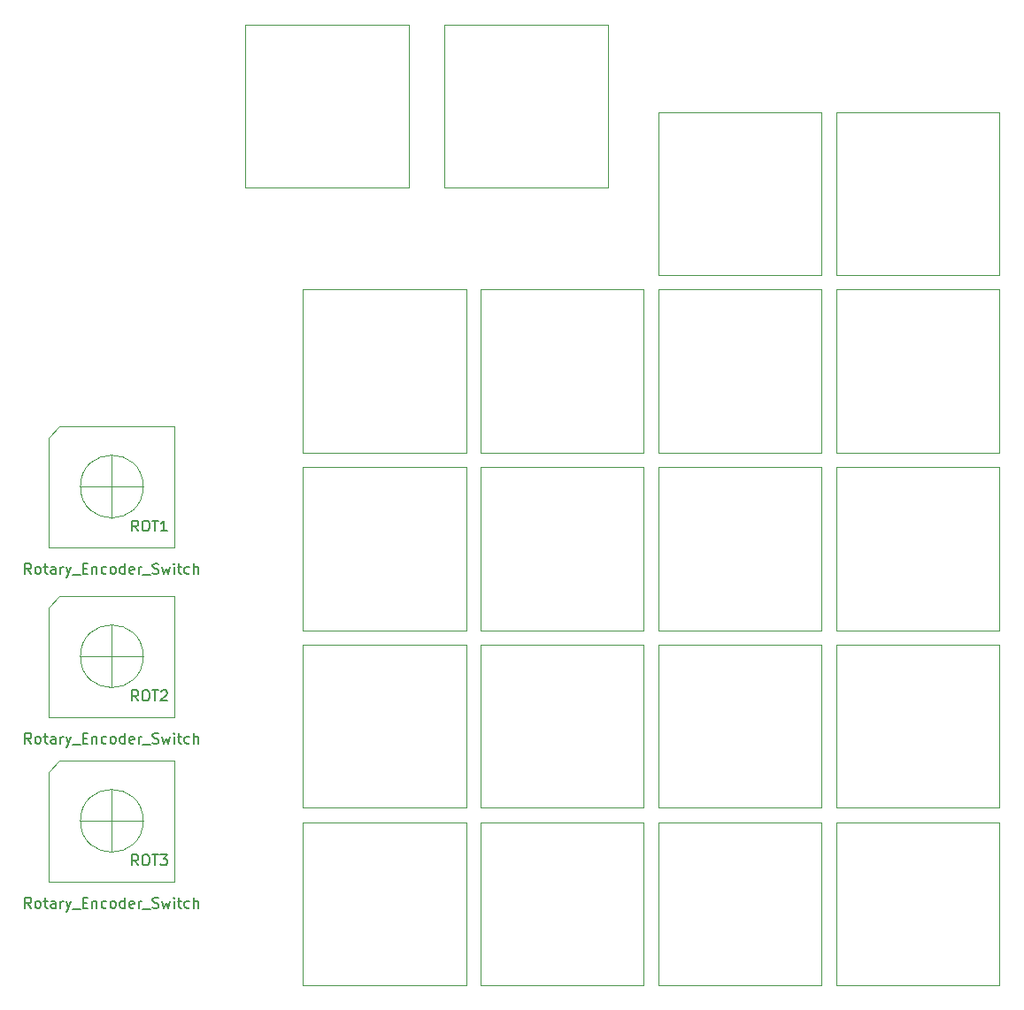
<source format=gbr>
%TF.GenerationSoftware,KiCad,Pcbnew,(5.1.10)-1*%
%TF.CreationDate,2021-08-08T16:05:11+01:00*%
%TF.ProjectId,bongopad,626f6e67-6f70-4616-942e-6b696361645f,1*%
%TF.SameCoordinates,PXb71b00PYb71b00*%
%TF.FileFunction,Other,Fab,Top*%
%FSLAX46Y46*%
G04 Gerber Fmt 4.6, Leading zero omitted, Abs format (unit mm)*
G04 Created by KiCad (PCBNEW (5.1.10)-1) date 2021-08-08 16:05:11*
%MOMM*%
%LPD*%
G01*
G04 APERTURE LIST*
%ADD10C,0.120000*%
%ADD11C,0.150000*%
G04 APERTURE END LIST*
D10*
%TO.C,ROT3*%
X13250000Y-79250000D02*
G75*
G03*
X13250000Y-79250000I-3000000J0D01*
G01*
X5250000Y-73450000D02*
X16250000Y-73450000D01*
X16250000Y-73450000D02*
X16250000Y-85050000D01*
X16250000Y-85050000D02*
X4250000Y-85050000D01*
X4250000Y-85050000D02*
X4250000Y-74550000D01*
X4250000Y-74550000D02*
X5250000Y-73450000D01*
X10250000Y-76250000D02*
X10250000Y-82250000D01*
X7250000Y-79250000D02*
X13250000Y-79250000D01*
%TO.C,ROT2*%
X13250000Y-63500000D02*
G75*
G03*
X13250000Y-63500000I-3000000J0D01*
G01*
X5250000Y-57700000D02*
X16250000Y-57700000D01*
X16250000Y-57700000D02*
X16250000Y-69300000D01*
X16250000Y-69300000D02*
X4250000Y-69300000D01*
X4250000Y-69300000D02*
X4250000Y-58800000D01*
X4250000Y-58800000D02*
X5250000Y-57700000D01*
X10250000Y-60500000D02*
X10250000Y-66500000D01*
X7250000Y-63500000D02*
X13250000Y-63500000D01*
%TO.C,ROT1*%
X13250000Y-47250000D02*
G75*
G03*
X13250000Y-47250000I-3000000J0D01*
G01*
X5250000Y-41450000D02*
X16250000Y-41450000D01*
X16250000Y-41450000D02*
X16250000Y-53050000D01*
X16250000Y-53050000D02*
X4250000Y-53050000D01*
X4250000Y-53050000D02*
X4250000Y-42550000D01*
X4250000Y-42550000D02*
X5250000Y-41450000D01*
X10250000Y-44250000D02*
X10250000Y-50250000D01*
X7250000Y-47250000D02*
X13250000Y-47250000D01*
%TO.C,K1*%
X38635000Y-18615000D02*
X23035000Y-18615000D01*
X23035000Y-18615000D02*
X23035000Y-3015000D01*
X38635000Y-18615000D02*
X38635000Y-3015000D01*
X23035000Y-3015000D02*
X38635000Y-3015000D01*
%TO.C,K2*%
X57700000Y-18620000D02*
X42100000Y-18620000D01*
X42100000Y-18620000D02*
X42100000Y-3020000D01*
X57700000Y-18620000D02*
X57700000Y-3020000D01*
X42100000Y-3020000D02*
X57700000Y-3020000D01*
%TO.C,K6*%
X61150000Y-44000000D02*
X45550000Y-44000000D01*
X45550000Y-44000000D02*
X45550000Y-28400000D01*
X61150000Y-44000000D02*
X61150000Y-28400000D01*
X45550000Y-28400000D02*
X61150000Y-28400000D01*
%TO.C,K8*%
X95150000Y-44000000D02*
X79550000Y-44000000D01*
X79550000Y-44000000D02*
X79550000Y-28400000D01*
X95150000Y-44000000D02*
X95150000Y-28400000D01*
X79550000Y-28400000D02*
X95150000Y-28400000D01*
%TO.C,K10*%
X61150000Y-61000000D02*
X45550000Y-61000000D01*
X45550000Y-61000000D02*
X45550000Y-45400000D01*
X61150000Y-61000000D02*
X61150000Y-45400000D01*
X45550000Y-45400000D02*
X61150000Y-45400000D01*
%TO.C,K3*%
X78150000Y-27000000D02*
X62550000Y-27000000D01*
X62550000Y-27000000D02*
X62550000Y-11400000D01*
X78150000Y-27000000D02*
X78150000Y-11400000D01*
X62550000Y-11400000D02*
X78150000Y-11400000D01*
%TO.C,K4*%
X95150000Y-27000000D02*
X79550000Y-27000000D01*
X79550000Y-27000000D02*
X79550000Y-11400000D01*
X95150000Y-27000000D02*
X95150000Y-11400000D01*
X79550000Y-11400000D02*
X95150000Y-11400000D01*
%TO.C,K5*%
X44150000Y-44000000D02*
X28550000Y-44000000D01*
X28550000Y-44000000D02*
X28550000Y-28400000D01*
X44150000Y-44000000D02*
X44150000Y-28400000D01*
X28550000Y-28400000D02*
X44150000Y-28400000D01*
%TO.C,K7*%
X78150000Y-44000000D02*
X62550000Y-44000000D01*
X62550000Y-44000000D02*
X62550000Y-28400000D01*
X78150000Y-44000000D02*
X78150000Y-28400000D01*
X62550000Y-28400000D02*
X78150000Y-28400000D01*
%TO.C,K9*%
X44150000Y-61000000D02*
X28550000Y-61000000D01*
X28550000Y-61000000D02*
X28550000Y-45400000D01*
X44150000Y-61000000D02*
X44150000Y-45400000D01*
X28550000Y-45400000D02*
X44150000Y-45400000D01*
%TO.C,K13*%
X44150000Y-78000000D02*
X28550000Y-78000000D01*
X28550000Y-78000000D02*
X28550000Y-62400000D01*
X44150000Y-78000000D02*
X44150000Y-62400000D01*
X28550000Y-62400000D02*
X44150000Y-62400000D01*
%TO.C,K14*%
X61150000Y-78000000D02*
X45550000Y-78000000D01*
X45550000Y-78000000D02*
X45550000Y-62400000D01*
X61150000Y-78000000D02*
X61150000Y-62400000D01*
X45550000Y-62400000D02*
X61150000Y-62400000D01*
%TO.C,K15*%
X78150000Y-78000000D02*
X62550000Y-78000000D01*
X62550000Y-78000000D02*
X62550000Y-62400000D01*
X78150000Y-78000000D02*
X78150000Y-62400000D01*
X62550000Y-62400000D02*
X78150000Y-62400000D01*
%TO.C,K17*%
X44150000Y-95000000D02*
X28550000Y-95000000D01*
X28550000Y-95000000D02*
X28550000Y-79400000D01*
X44150000Y-95000000D02*
X44150000Y-79400000D01*
X28550000Y-79400000D02*
X44150000Y-79400000D01*
%TO.C,K18*%
X61150000Y-95000000D02*
X45550000Y-95000000D01*
X45550000Y-95000000D02*
X45550000Y-79400000D01*
X61150000Y-95000000D02*
X61150000Y-79400000D01*
X45550000Y-79400000D02*
X61150000Y-79400000D01*
%TO.C,K19*%
X78150000Y-95000000D02*
X62550000Y-95000000D01*
X62550000Y-95000000D02*
X62550000Y-79400000D01*
X78150000Y-95000000D02*
X78150000Y-79400000D01*
X62550000Y-79400000D02*
X78150000Y-79400000D01*
%TO.C,K20*%
X95150000Y-95000000D02*
X79550000Y-95000000D01*
X79550000Y-95000000D02*
X79550000Y-79400000D01*
X95150000Y-95000000D02*
X95150000Y-79400000D01*
X79550000Y-79400000D02*
X95150000Y-79400000D01*
%TO.C,K12*%
X95150000Y-61000000D02*
X79550000Y-61000000D01*
X79550000Y-61000000D02*
X79550000Y-45400000D01*
X95150000Y-61000000D02*
X95150000Y-45400000D01*
X79550000Y-45400000D02*
X95150000Y-45400000D01*
%TO.C,K11*%
X78150000Y-61000000D02*
X62550000Y-61000000D01*
X62550000Y-61000000D02*
X62550000Y-45400000D01*
X78150000Y-61000000D02*
X78150000Y-45400000D01*
X62550000Y-45400000D02*
X78150000Y-45400000D01*
%TO.C,K16*%
X95150000Y-78000000D02*
X79550000Y-78000000D01*
X79550000Y-78000000D02*
X79550000Y-62400000D01*
X95150000Y-78000000D02*
X95150000Y-62400000D01*
X79550000Y-62400000D02*
X95150000Y-62400000D01*
%TD*%
%TO.C,ROT3*%
D11*
X2535714Y-87602380D02*
X2202380Y-87126190D01*
X1964285Y-87602380D02*
X1964285Y-86602380D01*
X2345238Y-86602380D01*
X2440476Y-86650000D01*
X2488095Y-86697619D01*
X2535714Y-86792857D01*
X2535714Y-86935714D01*
X2488095Y-87030952D01*
X2440476Y-87078571D01*
X2345238Y-87126190D01*
X1964285Y-87126190D01*
X3107142Y-87602380D02*
X3011904Y-87554761D01*
X2964285Y-87507142D01*
X2916666Y-87411904D01*
X2916666Y-87126190D01*
X2964285Y-87030952D01*
X3011904Y-86983333D01*
X3107142Y-86935714D01*
X3249999Y-86935714D01*
X3345238Y-86983333D01*
X3392857Y-87030952D01*
X3440476Y-87126190D01*
X3440476Y-87411904D01*
X3392857Y-87507142D01*
X3345238Y-87554761D01*
X3249999Y-87602380D01*
X3107142Y-87602380D01*
X3726190Y-86935714D02*
X4107142Y-86935714D01*
X3869047Y-86602380D02*
X3869047Y-87459523D01*
X3916666Y-87554761D01*
X4011904Y-87602380D01*
X4107142Y-87602380D01*
X4869047Y-87602380D02*
X4869047Y-87078571D01*
X4821428Y-86983333D01*
X4726190Y-86935714D01*
X4535714Y-86935714D01*
X4440476Y-86983333D01*
X4869047Y-87554761D02*
X4773809Y-87602380D01*
X4535714Y-87602380D01*
X4440476Y-87554761D01*
X4392857Y-87459523D01*
X4392857Y-87364285D01*
X4440476Y-87269047D01*
X4535714Y-87221428D01*
X4773809Y-87221428D01*
X4869047Y-87173809D01*
X5345238Y-87602380D02*
X5345238Y-86935714D01*
X5345238Y-87126190D02*
X5392857Y-87030952D01*
X5440476Y-86983333D01*
X5535714Y-86935714D01*
X5630952Y-86935714D01*
X5869047Y-86935714D02*
X6107142Y-87602380D01*
X6345238Y-86935714D02*
X6107142Y-87602380D01*
X6011904Y-87840476D01*
X5964285Y-87888095D01*
X5869047Y-87935714D01*
X6488095Y-87697619D02*
X7249999Y-87697619D01*
X7488095Y-87078571D02*
X7821428Y-87078571D01*
X7964285Y-87602380D02*
X7488095Y-87602380D01*
X7488095Y-86602380D01*
X7964285Y-86602380D01*
X8392857Y-86935714D02*
X8392857Y-87602380D01*
X8392857Y-87030952D02*
X8440476Y-86983333D01*
X8535714Y-86935714D01*
X8678571Y-86935714D01*
X8773809Y-86983333D01*
X8821428Y-87078571D01*
X8821428Y-87602380D01*
X9726190Y-87554761D02*
X9630952Y-87602380D01*
X9440476Y-87602380D01*
X9345238Y-87554761D01*
X9297619Y-87507142D01*
X9249999Y-87411904D01*
X9249999Y-87126190D01*
X9297619Y-87030952D01*
X9345238Y-86983333D01*
X9440476Y-86935714D01*
X9630952Y-86935714D01*
X9726190Y-86983333D01*
X10297619Y-87602380D02*
X10202380Y-87554761D01*
X10154761Y-87507142D01*
X10107142Y-87411904D01*
X10107142Y-87126190D01*
X10154761Y-87030952D01*
X10202380Y-86983333D01*
X10297619Y-86935714D01*
X10440476Y-86935714D01*
X10535714Y-86983333D01*
X10583333Y-87030952D01*
X10630952Y-87126190D01*
X10630952Y-87411904D01*
X10583333Y-87507142D01*
X10535714Y-87554761D01*
X10440476Y-87602380D01*
X10297619Y-87602380D01*
X11488095Y-87602380D02*
X11488095Y-86602380D01*
X11488095Y-87554761D02*
X11392857Y-87602380D01*
X11202380Y-87602380D01*
X11107142Y-87554761D01*
X11059523Y-87507142D01*
X11011904Y-87411904D01*
X11011904Y-87126190D01*
X11059523Y-87030952D01*
X11107142Y-86983333D01*
X11202380Y-86935714D01*
X11392857Y-86935714D01*
X11488095Y-86983333D01*
X12345238Y-87554761D02*
X12250000Y-87602380D01*
X12059523Y-87602380D01*
X11964285Y-87554761D01*
X11916666Y-87459523D01*
X11916666Y-87078571D01*
X11964285Y-86983333D01*
X12059523Y-86935714D01*
X12250000Y-86935714D01*
X12345238Y-86983333D01*
X12392857Y-87078571D01*
X12392857Y-87173809D01*
X11916666Y-87269047D01*
X12821428Y-87602380D02*
X12821428Y-86935714D01*
X12821428Y-87126190D02*
X12869047Y-87030952D01*
X12916666Y-86983333D01*
X13011904Y-86935714D01*
X13107142Y-86935714D01*
X13202380Y-87697619D02*
X13964285Y-87697619D01*
X14154761Y-87554761D02*
X14297619Y-87602380D01*
X14535714Y-87602380D01*
X14630952Y-87554761D01*
X14678571Y-87507142D01*
X14726190Y-87411904D01*
X14726190Y-87316666D01*
X14678571Y-87221428D01*
X14630952Y-87173809D01*
X14535714Y-87126190D01*
X14345238Y-87078571D01*
X14249999Y-87030952D01*
X14202380Y-86983333D01*
X14154761Y-86888095D01*
X14154761Y-86792857D01*
X14202380Y-86697619D01*
X14249999Y-86650000D01*
X14345238Y-86602380D01*
X14583333Y-86602380D01*
X14726190Y-86650000D01*
X15059523Y-86935714D02*
X15249999Y-87602380D01*
X15440476Y-87126190D01*
X15630952Y-87602380D01*
X15821428Y-86935714D01*
X16202380Y-87602380D02*
X16202380Y-86935714D01*
X16202380Y-86602380D02*
X16154761Y-86650000D01*
X16202380Y-86697619D01*
X16249999Y-86650000D01*
X16202380Y-86602380D01*
X16202380Y-86697619D01*
X16535714Y-86935714D02*
X16916666Y-86935714D01*
X16678571Y-86602380D02*
X16678571Y-87459523D01*
X16726190Y-87554761D01*
X16821428Y-87602380D01*
X16916666Y-87602380D01*
X17678571Y-87554761D02*
X17583333Y-87602380D01*
X17392857Y-87602380D01*
X17297619Y-87554761D01*
X17249999Y-87507142D01*
X17202380Y-87411904D01*
X17202380Y-87126190D01*
X17249999Y-87030952D01*
X17297619Y-86983333D01*
X17392857Y-86935714D01*
X17583333Y-86935714D01*
X17678571Y-86983333D01*
X18107142Y-87602380D02*
X18107142Y-86602380D01*
X18535714Y-87602380D02*
X18535714Y-87078571D01*
X18488095Y-86983333D01*
X18392857Y-86935714D01*
X18249999Y-86935714D01*
X18154761Y-86983333D01*
X18107142Y-87030952D01*
X12778571Y-83502380D02*
X12445238Y-83026190D01*
X12207142Y-83502380D02*
X12207142Y-82502380D01*
X12588095Y-82502380D01*
X12683333Y-82550000D01*
X12730952Y-82597619D01*
X12778571Y-82692857D01*
X12778571Y-82835714D01*
X12730952Y-82930952D01*
X12683333Y-82978571D01*
X12588095Y-83026190D01*
X12207142Y-83026190D01*
X13397619Y-82502380D02*
X13588095Y-82502380D01*
X13683333Y-82550000D01*
X13778571Y-82645238D01*
X13826190Y-82835714D01*
X13826190Y-83169047D01*
X13778571Y-83359523D01*
X13683333Y-83454761D01*
X13588095Y-83502380D01*
X13397619Y-83502380D01*
X13302380Y-83454761D01*
X13207142Y-83359523D01*
X13159523Y-83169047D01*
X13159523Y-82835714D01*
X13207142Y-82645238D01*
X13302380Y-82550000D01*
X13397619Y-82502380D01*
X14111904Y-82502380D02*
X14683333Y-82502380D01*
X14397619Y-83502380D02*
X14397619Y-82502380D01*
X14921428Y-82502380D02*
X15540476Y-82502380D01*
X15207142Y-82883333D01*
X15350000Y-82883333D01*
X15445238Y-82930952D01*
X15492857Y-82978571D01*
X15540476Y-83073809D01*
X15540476Y-83311904D01*
X15492857Y-83407142D01*
X15445238Y-83454761D01*
X15350000Y-83502380D01*
X15064285Y-83502380D01*
X14969047Y-83454761D01*
X14921428Y-83407142D01*
%TO.C,ROT2*%
X2535714Y-71852380D02*
X2202380Y-71376190D01*
X1964285Y-71852380D02*
X1964285Y-70852380D01*
X2345238Y-70852380D01*
X2440476Y-70900000D01*
X2488095Y-70947619D01*
X2535714Y-71042857D01*
X2535714Y-71185714D01*
X2488095Y-71280952D01*
X2440476Y-71328571D01*
X2345238Y-71376190D01*
X1964285Y-71376190D01*
X3107142Y-71852380D02*
X3011904Y-71804761D01*
X2964285Y-71757142D01*
X2916666Y-71661904D01*
X2916666Y-71376190D01*
X2964285Y-71280952D01*
X3011904Y-71233333D01*
X3107142Y-71185714D01*
X3249999Y-71185714D01*
X3345238Y-71233333D01*
X3392857Y-71280952D01*
X3440476Y-71376190D01*
X3440476Y-71661904D01*
X3392857Y-71757142D01*
X3345238Y-71804761D01*
X3249999Y-71852380D01*
X3107142Y-71852380D01*
X3726190Y-71185714D02*
X4107142Y-71185714D01*
X3869047Y-70852380D02*
X3869047Y-71709523D01*
X3916666Y-71804761D01*
X4011904Y-71852380D01*
X4107142Y-71852380D01*
X4869047Y-71852380D02*
X4869047Y-71328571D01*
X4821428Y-71233333D01*
X4726190Y-71185714D01*
X4535714Y-71185714D01*
X4440476Y-71233333D01*
X4869047Y-71804761D02*
X4773809Y-71852380D01*
X4535714Y-71852380D01*
X4440476Y-71804761D01*
X4392857Y-71709523D01*
X4392857Y-71614285D01*
X4440476Y-71519047D01*
X4535714Y-71471428D01*
X4773809Y-71471428D01*
X4869047Y-71423809D01*
X5345238Y-71852380D02*
X5345238Y-71185714D01*
X5345238Y-71376190D02*
X5392857Y-71280952D01*
X5440476Y-71233333D01*
X5535714Y-71185714D01*
X5630952Y-71185714D01*
X5869047Y-71185714D02*
X6107142Y-71852380D01*
X6345238Y-71185714D02*
X6107142Y-71852380D01*
X6011904Y-72090476D01*
X5964285Y-72138095D01*
X5869047Y-72185714D01*
X6488095Y-71947619D02*
X7249999Y-71947619D01*
X7488095Y-71328571D02*
X7821428Y-71328571D01*
X7964285Y-71852380D02*
X7488095Y-71852380D01*
X7488095Y-70852380D01*
X7964285Y-70852380D01*
X8392857Y-71185714D02*
X8392857Y-71852380D01*
X8392857Y-71280952D02*
X8440476Y-71233333D01*
X8535714Y-71185714D01*
X8678571Y-71185714D01*
X8773809Y-71233333D01*
X8821428Y-71328571D01*
X8821428Y-71852380D01*
X9726190Y-71804761D02*
X9630952Y-71852380D01*
X9440476Y-71852380D01*
X9345238Y-71804761D01*
X9297619Y-71757142D01*
X9249999Y-71661904D01*
X9249999Y-71376190D01*
X9297619Y-71280952D01*
X9345238Y-71233333D01*
X9440476Y-71185714D01*
X9630952Y-71185714D01*
X9726190Y-71233333D01*
X10297619Y-71852380D02*
X10202380Y-71804761D01*
X10154761Y-71757142D01*
X10107142Y-71661904D01*
X10107142Y-71376190D01*
X10154761Y-71280952D01*
X10202380Y-71233333D01*
X10297619Y-71185714D01*
X10440476Y-71185714D01*
X10535714Y-71233333D01*
X10583333Y-71280952D01*
X10630952Y-71376190D01*
X10630952Y-71661904D01*
X10583333Y-71757142D01*
X10535714Y-71804761D01*
X10440476Y-71852380D01*
X10297619Y-71852380D01*
X11488095Y-71852380D02*
X11488095Y-70852380D01*
X11488095Y-71804761D02*
X11392857Y-71852380D01*
X11202380Y-71852380D01*
X11107142Y-71804761D01*
X11059523Y-71757142D01*
X11011904Y-71661904D01*
X11011904Y-71376190D01*
X11059523Y-71280952D01*
X11107142Y-71233333D01*
X11202380Y-71185714D01*
X11392857Y-71185714D01*
X11488095Y-71233333D01*
X12345238Y-71804761D02*
X12250000Y-71852380D01*
X12059523Y-71852380D01*
X11964285Y-71804761D01*
X11916666Y-71709523D01*
X11916666Y-71328571D01*
X11964285Y-71233333D01*
X12059523Y-71185714D01*
X12250000Y-71185714D01*
X12345238Y-71233333D01*
X12392857Y-71328571D01*
X12392857Y-71423809D01*
X11916666Y-71519047D01*
X12821428Y-71852380D02*
X12821428Y-71185714D01*
X12821428Y-71376190D02*
X12869047Y-71280952D01*
X12916666Y-71233333D01*
X13011904Y-71185714D01*
X13107142Y-71185714D01*
X13202380Y-71947619D02*
X13964285Y-71947619D01*
X14154761Y-71804761D02*
X14297619Y-71852380D01*
X14535714Y-71852380D01*
X14630952Y-71804761D01*
X14678571Y-71757142D01*
X14726190Y-71661904D01*
X14726190Y-71566666D01*
X14678571Y-71471428D01*
X14630952Y-71423809D01*
X14535714Y-71376190D01*
X14345238Y-71328571D01*
X14249999Y-71280952D01*
X14202380Y-71233333D01*
X14154761Y-71138095D01*
X14154761Y-71042857D01*
X14202380Y-70947619D01*
X14249999Y-70900000D01*
X14345238Y-70852380D01*
X14583333Y-70852380D01*
X14726190Y-70900000D01*
X15059523Y-71185714D02*
X15249999Y-71852380D01*
X15440476Y-71376190D01*
X15630952Y-71852380D01*
X15821428Y-71185714D01*
X16202380Y-71852380D02*
X16202380Y-71185714D01*
X16202380Y-70852380D02*
X16154761Y-70900000D01*
X16202380Y-70947619D01*
X16249999Y-70900000D01*
X16202380Y-70852380D01*
X16202380Y-70947619D01*
X16535714Y-71185714D02*
X16916666Y-71185714D01*
X16678571Y-70852380D02*
X16678571Y-71709523D01*
X16726190Y-71804761D01*
X16821428Y-71852380D01*
X16916666Y-71852380D01*
X17678571Y-71804761D02*
X17583333Y-71852380D01*
X17392857Y-71852380D01*
X17297619Y-71804761D01*
X17249999Y-71757142D01*
X17202380Y-71661904D01*
X17202380Y-71376190D01*
X17249999Y-71280952D01*
X17297619Y-71233333D01*
X17392857Y-71185714D01*
X17583333Y-71185714D01*
X17678571Y-71233333D01*
X18107142Y-71852380D02*
X18107142Y-70852380D01*
X18535714Y-71852380D02*
X18535714Y-71328571D01*
X18488095Y-71233333D01*
X18392857Y-71185714D01*
X18249999Y-71185714D01*
X18154761Y-71233333D01*
X18107142Y-71280952D01*
X12778571Y-67752380D02*
X12445238Y-67276190D01*
X12207142Y-67752380D02*
X12207142Y-66752380D01*
X12588095Y-66752380D01*
X12683333Y-66800000D01*
X12730952Y-66847619D01*
X12778571Y-66942857D01*
X12778571Y-67085714D01*
X12730952Y-67180952D01*
X12683333Y-67228571D01*
X12588095Y-67276190D01*
X12207142Y-67276190D01*
X13397619Y-66752380D02*
X13588095Y-66752380D01*
X13683333Y-66800000D01*
X13778571Y-66895238D01*
X13826190Y-67085714D01*
X13826190Y-67419047D01*
X13778571Y-67609523D01*
X13683333Y-67704761D01*
X13588095Y-67752380D01*
X13397619Y-67752380D01*
X13302380Y-67704761D01*
X13207142Y-67609523D01*
X13159523Y-67419047D01*
X13159523Y-67085714D01*
X13207142Y-66895238D01*
X13302380Y-66800000D01*
X13397619Y-66752380D01*
X14111904Y-66752380D02*
X14683333Y-66752380D01*
X14397619Y-67752380D02*
X14397619Y-66752380D01*
X14969047Y-66847619D02*
X15016666Y-66800000D01*
X15111904Y-66752380D01*
X15350000Y-66752380D01*
X15445238Y-66800000D01*
X15492857Y-66847619D01*
X15540476Y-66942857D01*
X15540476Y-67038095D01*
X15492857Y-67180952D01*
X14921428Y-67752380D01*
X15540476Y-67752380D01*
%TO.C,ROT1*%
X2535714Y-55602380D02*
X2202380Y-55126190D01*
X1964285Y-55602380D02*
X1964285Y-54602380D01*
X2345238Y-54602380D01*
X2440476Y-54650000D01*
X2488095Y-54697619D01*
X2535714Y-54792857D01*
X2535714Y-54935714D01*
X2488095Y-55030952D01*
X2440476Y-55078571D01*
X2345238Y-55126190D01*
X1964285Y-55126190D01*
X3107142Y-55602380D02*
X3011904Y-55554761D01*
X2964285Y-55507142D01*
X2916666Y-55411904D01*
X2916666Y-55126190D01*
X2964285Y-55030952D01*
X3011904Y-54983333D01*
X3107142Y-54935714D01*
X3249999Y-54935714D01*
X3345238Y-54983333D01*
X3392857Y-55030952D01*
X3440476Y-55126190D01*
X3440476Y-55411904D01*
X3392857Y-55507142D01*
X3345238Y-55554761D01*
X3249999Y-55602380D01*
X3107142Y-55602380D01*
X3726190Y-54935714D02*
X4107142Y-54935714D01*
X3869047Y-54602380D02*
X3869047Y-55459523D01*
X3916666Y-55554761D01*
X4011904Y-55602380D01*
X4107142Y-55602380D01*
X4869047Y-55602380D02*
X4869047Y-55078571D01*
X4821428Y-54983333D01*
X4726190Y-54935714D01*
X4535714Y-54935714D01*
X4440476Y-54983333D01*
X4869047Y-55554761D02*
X4773809Y-55602380D01*
X4535714Y-55602380D01*
X4440476Y-55554761D01*
X4392857Y-55459523D01*
X4392857Y-55364285D01*
X4440476Y-55269047D01*
X4535714Y-55221428D01*
X4773809Y-55221428D01*
X4869047Y-55173809D01*
X5345238Y-55602380D02*
X5345238Y-54935714D01*
X5345238Y-55126190D02*
X5392857Y-55030952D01*
X5440476Y-54983333D01*
X5535714Y-54935714D01*
X5630952Y-54935714D01*
X5869047Y-54935714D02*
X6107142Y-55602380D01*
X6345238Y-54935714D02*
X6107142Y-55602380D01*
X6011904Y-55840476D01*
X5964285Y-55888095D01*
X5869047Y-55935714D01*
X6488095Y-55697619D02*
X7249999Y-55697619D01*
X7488095Y-55078571D02*
X7821428Y-55078571D01*
X7964285Y-55602380D02*
X7488095Y-55602380D01*
X7488095Y-54602380D01*
X7964285Y-54602380D01*
X8392857Y-54935714D02*
X8392857Y-55602380D01*
X8392857Y-55030952D02*
X8440476Y-54983333D01*
X8535714Y-54935714D01*
X8678571Y-54935714D01*
X8773809Y-54983333D01*
X8821428Y-55078571D01*
X8821428Y-55602380D01*
X9726190Y-55554761D02*
X9630952Y-55602380D01*
X9440476Y-55602380D01*
X9345238Y-55554761D01*
X9297619Y-55507142D01*
X9249999Y-55411904D01*
X9249999Y-55126190D01*
X9297619Y-55030952D01*
X9345238Y-54983333D01*
X9440476Y-54935714D01*
X9630952Y-54935714D01*
X9726190Y-54983333D01*
X10297619Y-55602380D02*
X10202380Y-55554761D01*
X10154761Y-55507142D01*
X10107142Y-55411904D01*
X10107142Y-55126190D01*
X10154761Y-55030952D01*
X10202380Y-54983333D01*
X10297619Y-54935714D01*
X10440476Y-54935714D01*
X10535714Y-54983333D01*
X10583333Y-55030952D01*
X10630952Y-55126190D01*
X10630952Y-55411904D01*
X10583333Y-55507142D01*
X10535714Y-55554761D01*
X10440476Y-55602380D01*
X10297619Y-55602380D01*
X11488095Y-55602380D02*
X11488095Y-54602380D01*
X11488095Y-55554761D02*
X11392857Y-55602380D01*
X11202380Y-55602380D01*
X11107142Y-55554761D01*
X11059523Y-55507142D01*
X11011904Y-55411904D01*
X11011904Y-55126190D01*
X11059523Y-55030952D01*
X11107142Y-54983333D01*
X11202380Y-54935714D01*
X11392857Y-54935714D01*
X11488095Y-54983333D01*
X12345238Y-55554761D02*
X12250000Y-55602380D01*
X12059523Y-55602380D01*
X11964285Y-55554761D01*
X11916666Y-55459523D01*
X11916666Y-55078571D01*
X11964285Y-54983333D01*
X12059523Y-54935714D01*
X12250000Y-54935714D01*
X12345238Y-54983333D01*
X12392857Y-55078571D01*
X12392857Y-55173809D01*
X11916666Y-55269047D01*
X12821428Y-55602380D02*
X12821428Y-54935714D01*
X12821428Y-55126190D02*
X12869047Y-55030952D01*
X12916666Y-54983333D01*
X13011904Y-54935714D01*
X13107142Y-54935714D01*
X13202380Y-55697619D02*
X13964285Y-55697619D01*
X14154761Y-55554761D02*
X14297619Y-55602380D01*
X14535714Y-55602380D01*
X14630952Y-55554761D01*
X14678571Y-55507142D01*
X14726190Y-55411904D01*
X14726190Y-55316666D01*
X14678571Y-55221428D01*
X14630952Y-55173809D01*
X14535714Y-55126190D01*
X14345238Y-55078571D01*
X14249999Y-55030952D01*
X14202380Y-54983333D01*
X14154761Y-54888095D01*
X14154761Y-54792857D01*
X14202380Y-54697619D01*
X14249999Y-54650000D01*
X14345238Y-54602380D01*
X14583333Y-54602380D01*
X14726190Y-54650000D01*
X15059523Y-54935714D02*
X15249999Y-55602380D01*
X15440476Y-55126190D01*
X15630952Y-55602380D01*
X15821428Y-54935714D01*
X16202380Y-55602380D02*
X16202380Y-54935714D01*
X16202380Y-54602380D02*
X16154761Y-54650000D01*
X16202380Y-54697619D01*
X16249999Y-54650000D01*
X16202380Y-54602380D01*
X16202380Y-54697619D01*
X16535714Y-54935714D02*
X16916666Y-54935714D01*
X16678571Y-54602380D02*
X16678571Y-55459523D01*
X16726190Y-55554761D01*
X16821428Y-55602380D01*
X16916666Y-55602380D01*
X17678571Y-55554761D02*
X17583333Y-55602380D01*
X17392857Y-55602380D01*
X17297619Y-55554761D01*
X17249999Y-55507142D01*
X17202380Y-55411904D01*
X17202380Y-55126190D01*
X17249999Y-55030952D01*
X17297619Y-54983333D01*
X17392857Y-54935714D01*
X17583333Y-54935714D01*
X17678571Y-54983333D01*
X18107142Y-55602380D02*
X18107142Y-54602380D01*
X18535714Y-55602380D02*
X18535714Y-55078571D01*
X18488095Y-54983333D01*
X18392857Y-54935714D01*
X18249999Y-54935714D01*
X18154761Y-54983333D01*
X18107142Y-55030952D01*
X12778571Y-51502380D02*
X12445238Y-51026190D01*
X12207142Y-51502380D02*
X12207142Y-50502380D01*
X12588095Y-50502380D01*
X12683333Y-50550000D01*
X12730952Y-50597619D01*
X12778571Y-50692857D01*
X12778571Y-50835714D01*
X12730952Y-50930952D01*
X12683333Y-50978571D01*
X12588095Y-51026190D01*
X12207142Y-51026190D01*
X13397619Y-50502380D02*
X13588095Y-50502380D01*
X13683333Y-50550000D01*
X13778571Y-50645238D01*
X13826190Y-50835714D01*
X13826190Y-51169047D01*
X13778571Y-51359523D01*
X13683333Y-51454761D01*
X13588095Y-51502380D01*
X13397619Y-51502380D01*
X13302380Y-51454761D01*
X13207142Y-51359523D01*
X13159523Y-51169047D01*
X13159523Y-50835714D01*
X13207142Y-50645238D01*
X13302380Y-50550000D01*
X13397619Y-50502380D01*
X14111904Y-50502380D02*
X14683333Y-50502380D01*
X14397619Y-51502380D02*
X14397619Y-50502380D01*
X15540476Y-51502380D02*
X14969047Y-51502380D01*
X15254761Y-51502380D02*
X15254761Y-50502380D01*
X15159523Y-50645238D01*
X15064285Y-50740476D01*
X14969047Y-50788095D01*
%TD*%
M02*

</source>
